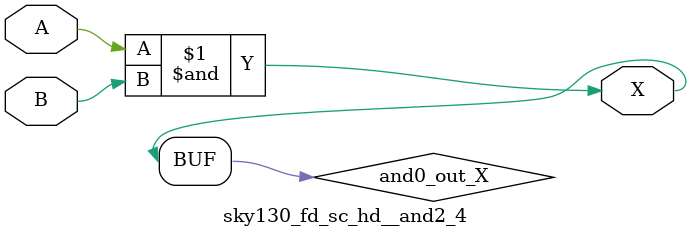
<source format=v>
/*
 * Copyright 2020 The SkyWater PDK Authors
 *
 * Licensed under the Apache License, Version 2.0 (the "License");
 * you may not use this file except in compliance with the License.
 * You may obtain a copy of the License at
 *
 *     https://www.apache.org/licenses/LICENSE-2.0
 *
 * Unless required by applicable law or agreed to in writing, software
 * distributed under the License is distributed on an "AS IS" BASIS,
 * WITHOUT WARRANTIES OR CONDITIONS OF ANY KIND, either express or implied.
 * See the License for the specific language governing permissions and
 * limitations under the License.
 *
 * SPDX-License-Identifier: Apache-2.0
*/


`ifndef SKY130_FD_SC_HD__AND2_4_FUNCTIONAL_V
`define SKY130_FD_SC_HD__AND2_4_FUNCTIONAL_V

/**
 * and2: 2-input AND.
 *
 * Verilog simulation functional model.
 */

`timescale 1ns / 1ps
`default_nettype none

`celldefine
module sky130_fd_sc_hd__and2_4 (
    X,
    A,
    B
);

    // Module ports
    output X;
    input  A;
    input  B;

    // Local signals
    wire and0_out_X;

    //  Name  Output      Other arguments
    and and0 (and0_out_X, A, B           );
    buf buf0 (X         , and0_out_X     );

endmodule
`endcelldefine

`default_nettype wire
`endif  // SKY130_FD_SC_HD__AND2_4_FUNCTIONAL_V

</source>
